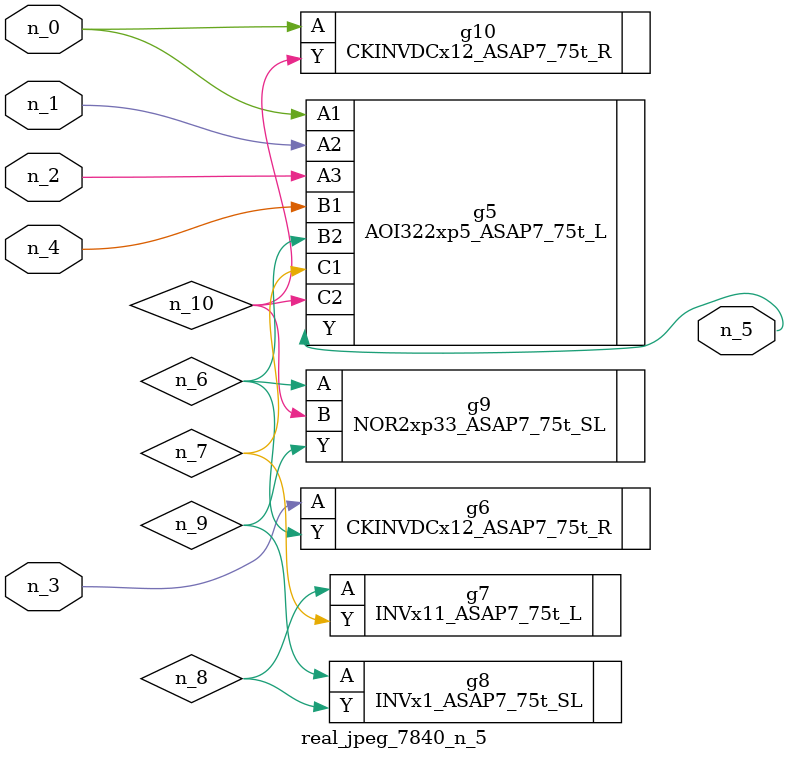
<source format=v>
module real_jpeg_7840_n_5 (n_4, n_0, n_1, n_2, n_3, n_5);

input n_4;
input n_0;
input n_1;
input n_2;
input n_3;

output n_5;

wire n_8;
wire n_6;
wire n_7;
wire n_10;
wire n_9;

AOI322xp5_ASAP7_75t_L g5 ( 
.A1(n_0),
.A2(n_1),
.A3(n_2),
.B1(n_4),
.B2(n_6),
.C1(n_7),
.C2(n_10),
.Y(n_5)
);

CKINVDCx12_ASAP7_75t_R g10 ( 
.A(n_0),
.Y(n_10)
);

CKINVDCx12_ASAP7_75t_R g6 ( 
.A(n_3),
.Y(n_6)
);

NOR2xp33_ASAP7_75t_SL g9 ( 
.A(n_6),
.B(n_10),
.Y(n_9)
);

INVx11_ASAP7_75t_L g7 ( 
.A(n_8),
.Y(n_7)
);

INVx1_ASAP7_75t_SL g8 ( 
.A(n_9),
.Y(n_8)
);


endmodule
</source>
